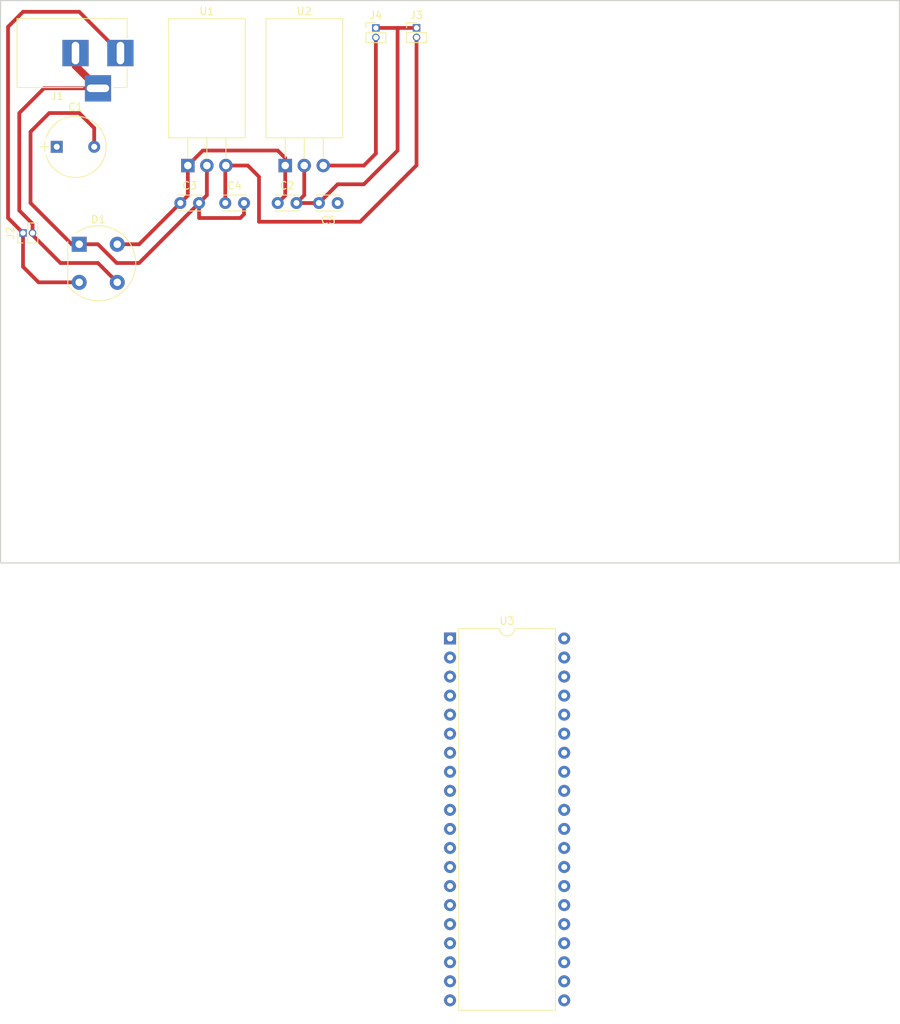
<source format=kicad_pcb>
(kicad_pcb (version 4) (host pcbnew 4.0.7)

  (general
    (links 22)
    (no_connects 3)
    (area 25.924999 19.924999 146.075001 95.075001)
    (thickness 1.6)
    (drawings 4)
    (tracks 68)
    (zones 0)
    (modules 13)
    (nets 48)
  )

  (page User 175.006 150.012)
  (layers
    (0 F.Cu signal)
    (31 B.Cu signal)
    (32 B.Adhes user)
    (33 F.Adhes user)
    (34 B.Paste user)
    (35 F.Paste user)
    (36 B.SilkS user)
    (37 F.SilkS user)
    (38 B.Mask user)
    (39 F.Mask user)
    (40 Dwgs.User user)
    (41 Cmts.User user)
    (42 Eco1.User user)
    (43 Eco2.User user)
    (44 Edge.Cuts user)
    (45 Margin user)
    (46 B.CrtYd user)
    (47 F.CrtYd user)
    (48 B.Fab user)
    (49 F.Fab user)
  )

  (setup
    (last_trace_width 0.5)
    (trace_clearance 0.2)
    (zone_clearance 0.508)
    (zone_45_only no)
    (trace_min 0.2)
    (segment_width 0.2)
    (edge_width 0.15)
    (via_size 0.6)
    (via_drill 0.4)
    (via_min_size 0.4)
    (via_min_drill 0.3)
    (uvia_size 0.3)
    (uvia_drill 0.1)
    (uvias_allowed no)
    (uvia_min_size 0.2)
    (uvia_min_drill 0.1)
    (pcb_text_width 0.3)
    (pcb_text_size 1.5 1.5)
    (mod_edge_width 0.15)
    (mod_text_size 1 1)
    (mod_text_width 0.15)
    (pad_size 1.524 1.524)
    (pad_drill 0.762)
    (pad_to_mask_clearance 0.2)
    (aux_axis_origin 184.15 118.11)
    (visible_elements 7FFFFFFF)
    (pcbplotparams
      (layerselection 0x00030_80000001)
      (usegerberextensions false)
      (excludeedgelayer true)
      (linewidth 0.100000)
      (plotframeref false)
      (viasonmask false)
      (mode 1)
      (useauxorigin false)
      (hpglpennumber 1)
      (hpglpenspeed 20)
      (hpglpendiameter 15)
      (hpglpenoverlay 2)
      (psnegative false)
      (psa4output false)
      (plotreference true)
      (plotvalue true)
      (plotinvisibletext false)
      (padsonsilk false)
      (subtractmaskfromsilk false)
      (outputformat 1)
      (mirror false)
      (drillshape 1)
      (scaleselection 1)
      (outputdirectory ""))
  )

  (net 0 "")
  (net 1 "Net-(C1-Pad1)")
  (net 2 GND)
  (net 3 +12V)
  (net 4 +5V)
  (net 5 /P)
  (net 6 /N)
  (net 7 "Net-(C5-Pad1)")
  (net 8 "Net-(U3-Pad1)")
  (net 9 "Net-(U3-Pad21)")
  (net 10 "Net-(U3-Pad2)")
  (net 11 "Net-(U3-Pad22)")
  (net 12 "Net-(U3-Pad3)")
  (net 13 "Net-(U3-Pad23)")
  (net 14 "Net-(U3-Pad4)")
  (net 15 "Net-(U3-Pad24)")
  (net 16 "Net-(U3-Pad5)")
  (net 17 "Net-(U3-Pad25)")
  (net 18 "Net-(U3-Pad6)")
  (net 19 "Net-(U3-Pad26)")
  (net 20 "Net-(U3-Pad7)")
  (net 21 "Net-(U3-Pad27)")
  (net 22 "Net-(U3-Pad8)")
  (net 23 "Net-(U3-Pad28)")
  (net 24 "Net-(U3-Pad9)")
  (net 25 "Net-(U3-Pad29)")
  (net 26 "Net-(U3-Pad10)")
  (net 27 "Net-(U3-Pad30)")
  (net 28 "Net-(U3-Pad11)")
  (net 29 "Net-(U3-Pad31)")
  (net 30 "Net-(U3-Pad12)")
  (net 31 "Net-(U3-Pad32)")
  (net 32 "Net-(U3-Pad13)")
  (net 33 "Net-(U3-Pad33)")
  (net 34 "Net-(U3-Pad14)")
  (net 35 "Net-(U3-Pad34)")
  (net 36 "Net-(U3-Pad15)")
  (net 37 "Net-(U3-Pad35)")
  (net 38 "Net-(U3-Pad16)")
  (net 39 "Net-(U3-Pad36)")
  (net 40 "Net-(U3-Pad17)")
  (net 41 "Net-(U3-Pad37)")
  (net 42 "Net-(U3-Pad18)")
  (net 43 "Net-(U3-Pad38)")
  (net 44 "Net-(U3-Pad19)")
  (net 45 "Net-(U3-Pad39)")
  (net 46 "Net-(U3-Pad20)")
  (net 47 "Net-(U3-Pad40)")

  (net_class Default "This is the default net class."
    (clearance 0.2)
    (trace_width 0.5)
    (via_dia 0.6)
    (via_drill 0.4)
    (uvia_dia 0.3)
    (uvia_drill 0.1)
    (add_net "Net-(C1-Pad1)")
    (add_net "Net-(C5-Pad1)")
    (add_net "Net-(U3-Pad1)")
    (add_net "Net-(U3-Pad10)")
    (add_net "Net-(U3-Pad11)")
    (add_net "Net-(U3-Pad12)")
    (add_net "Net-(U3-Pad13)")
    (add_net "Net-(U3-Pad14)")
    (add_net "Net-(U3-Pad15)")
    (add_net "Net-(U3-Pad16)")
    (add_net "Net-(U3-Pad17)")
    (add_net "Net-(U3-Pad18)")
    (add_net "Net-(U3-Pad19)")
    (add_net "Net-(U3-Pad2)")
    (add_net "Net-(U3-Pad20)")
    (add_net "Net-(U3-Pad21)")
    (add_net "Net-(U3-Pad22)")
    (add_net "Net-(U3-Pad23)")
    (add_net "Net-(U3-Pad24)")
    (add_net "Net-(U3-Pad25)")
    (add_net "Net-(U3-Pad26)")
    (add_net "Net-(U3-Pad27)")
    (add_net "Net-(U3-Pad28)")
    (add_net "Net-(U3-Pad29)")
    (add_net "Net-(U3-Pad3)")
    (add_net "Net-(U3-Pad30)")
    (add_net "Net-(U3-Pad31)")
    (add_net "Net-(U3-Pad32)")
    (add_net "Net-(U3-Pad33)")
    (add_net "Net-(U3-Pad34)")
    (add_net "Net-(U3-Pad35)")
    (add_net "Net-(U3-Pad36)")
    (add_net "Net-(U3-Pad37)")
    (add_net "Net-(U3-Pad38)")
    (add_net "Net-(U3-Pad39)")
    (add_net "Net-(U3-Pad4)")
    (add_net "Net-(U3-Pad40)")
    (add_net "Net-(U3-Pad5)")
    (add_net "Net-(U3-Pad6)")
    (add_net "Net-(U3-Pad7)")
    (add_net "Net-(U3-Pad8)")
    (add_net "Net-(U3-Pad9)")
  )

  (net_class power ""
    (clearance 0.5)
    (trace_width 0.5)
    (via_dia 0.6)
    (via_drill 0.4)
    (uvia_dia 0.3)
    (uvia_drill 0.1)
    (add_net +12V)
    (add_net +5V)
    (add_net /N)
    (add_net /P)
    (add_net GND)
  )

  (module Capacitors_THT:CP_Radial_Tantal_D8.0mm_P5.00mm (layer F.Cu) (tedit 597C781B) (tstamp 5C12271C)
    (at 33.5 39.5)
    (descr "CP, Radial_Tantal series, Radial, pin pitch=5.00mm, , diameter=8.0mm, Tantal Electrolytic Capacitor, http://cdn-reichelt.de/documents/datenblatt/B300/TANTAL-TB-Serie%23.pdf")
    (tags "CP Radial_Tantal series Radial pin pitch 5.00mm  diameter 8.0mm Tantal Electrolytic Capacitor")
    (path /5C1215FB)
    (fp_text reference C1 (at 2.5 -5.31) (layer F.SilkS)
      (effects (font (size 1 1) (thickness 0.15)))
    )
    (fp_text value CP (at 2.5 5.31) (layer F.Fab)
      (effects (font (size 1 1) (thickness 0.15)))
    )
    (fp_arc (start 2.5 0) (end -1.416082 -1.18) (angle 146.5) (layer F.SilkS) (width 0.12))
    (fp_arc (start 2.5 0) (end -1.416082 1.18) (angle -146.5) (layer F.SilkS) (width 0.12))
    (fp_arc (start 2.5 0) (end 6.416082 -1.18) (angle 33.5) (layer F.SilkS) (width 0.12))
    (fp_circle (center 2.5 0) (end 6.5 0) (layer F.Fab) (width 0.1))
    (fp_line (start -2.2 0) (end -1 0) (layer F.Fab) (width 0.1))
    (fp_line (start -1.6 -0.65) (end -1.6 0.65) (layer F.Fab) (width 0.1))
    (fp_line (start -2.2 0) (end -1 0) (layer F.SilkS) (width 0.12))
    (fp_line (start -1.6 -0.65) (end -1.6 0.65) (layer F.SilkS) (width 0.12))
    (fp_line (start -1.85 -4.35) (end -1.85 4.35) (layer F.CrtYd) (width 0.05))
    (fp_line (start -1.85 4.35) (end 6.85 4.35) (layer F.CrtYd) (width 0.05))
    (fp_line (start 6.85 4.35) (end 6.85 -4.35) (layer F.CrtYd) (width 0.05))
    (fp_line (start 6.85 -4.35) (end -1.85 -4.35) (layer F.CrtYd) (width 0.05))
    (fp_text user %R (at 2.5 0) (layer F.Fab)
      (effects (font (size 1 1) (thickness 0.15)))
    )
    (pad 1 thru_hole rect (at 0 0) (size 1.6 1.6) (drill 0.8) (layers *.Cu *.Mask)
      (net 1 "Net-(C1-Pad1)"))
    (pad 2 thru_hole circle (at 5 0) (size 1.6 1.6) (drill 0.8) (layers *.Cu *.Mask)
      (net 2 GND))
    (model ${KISYS3DMOD}/Capacitors_THT.3dshapes/CP_Radial_Tantal_D8.0mm_P5.00mm.wrl
      (at (xyz 0 0 0))
      (scale (xyz 1 1 1))
      (rotate (xyz 0 0 0))
    )
  )

  (module Capacitors_THT:C_Disc_D3.0mm_W2.0mm_P2.50mm (layer F.Cu) (tedit 597BC7C2) (tstamp 5C122722)
    (at 63 47)
    (descr "C, Disc series, Radial, pin pitch=2.50mm, , diameter*width=3*2mm^2, Capacitor")
    (tags "C Disc series Radial pin pitch 2.50mm  diameter 3mm width 2mm Capacitor")
    (path /5C1213AC)
    (fp_text reference C2 (at 1.25 -2.31) (layer F.SilkS)
      (effects (font (size 1 1) (thickness 0.15)))
    )
    (fp_text value C (at 1.25 2.31) (layer F.Fab)
      (effects (font (size 1 1) (thickness 0.15)))
    )
    (fp_line (start -0.25 -1) (end -0.25 1) (layer F.Fab) (width 0.1))
    (fp_line (start -0.25 1) (end 2.75 1) (layer F.Fab) (width 0.1))
    (fp_line (start 2.75 1) (end 2.75 -1) (layer F.Fab) (width 0.1))
    (fp_line (start 2.75 -1) (end -0.25 -1) (layer F.Fab) (width 0.1))
    (fp_line (start -0.31 -1.06) (end 2.81 -1.06) (layer F.SilkS) (width 0.12))
    (fp_line (start -0.31 1.06) (end 2.81 1.06) (layer F.SilkS) (width 0.12))
    (fp_line (start -0.31 -1.06) (end -0.31 -0.996) (layer F.SilkS) (width 0.12))
    (fp_line (start -0.31 0.996) (end -0.31 1.06) (layer F.SilkS) (width 0.12))
    (fp_line (start 2.81 -1.06) (end 2.81 -0.996) (layer F.SilkS) (width 0.12))
    (fp_line (start 2.81 0.996) (end 2.81 1.06) (layer F.SilkS) (width 0.12))
    (fp_line (start -1.05 -1.35) (end -1.05 1.35) (layer F.CrtYd) (width 0.05))
    (fp_line (start -1.05 1.35) (end 3.55 1.35) (layer F.CrtYd) (width 0.05))
    (fp_line (start 3.55 1.35) (end 3.55 -1.35) (layer F.CrtYd) (width 0.05))
    (fp_line (start 3.55 -1.35) (end -1.05 -1.35) (layer F.CrtYd) (width 0.05))
    (fp_text user %R (at 1.25 0) (layer F.Fab)
      (effects (font (size 1 1) (thickness 0.15)))
    )
    (pad 1 thru_hole circle (at 0 0) (size 1.6 1.6) (drill 0.8) (layers *.Cu *.Mask)
      (net 1 "Net-(C1-Pad1)"))
    (pad 2 thru_hole circle (at 2.5 0) (size 1.6 1.6) (drill 0.8) (layers *.Cu *.Mask)
      (net 2 GND))
    (model ${KISYS3DMOD}/Capacitors_THT.3dshapes/C_Disc_D3.0mm_W2.0mm_P2.50mm.wrl
      (at (xyz 0 0 0))
      (scale (xyz 1 1 1))
      (rotate (xyz 0 0 0))
    )
  )

  (module Capacitors_THT:C_Disc_D3.0mm_W2.0mm_P2.50mm (layer F.Cu) (tedit 597BC7C2) (tstamp 5C122728)
    (at 50 47)
    (descr "C, Disc series, Radial, pin pitch=2.50mm, , diameter*width=3*2mm^2, Capacitor")
    (tags "C Disc series Radial pin pitch 2.50mm  diameter 3mm width 2mm Capacitor")
    (path /5C12182A)
    (fp_text reference C3 (at 1.25 -2.31) (layer F.SilkS)
      (effects (font (size 1 1) (thickness 0.15)))
    )
    (fp_text value C (at 1.25 2.31) (layer F.Fab)
      (effects (font (size 1 1) (thickness 0.15)))
    )
    (fp_line (start -0.25 -1) (end -0.25 1) (layer F.Fab) (width 0.1))
    (fp_line (start -0.25 1) (end 2.75 1) (layer F.Fab) (width 0.1))
    (fp_line (start 2.75 1) (end 2.75 -1) (layer F.Fab) (width 0.1))
    (fp_line (start 2.75 -1) (end -0.25 -1) (layer F.Fab) (width 0.1))
    (fp_line (start -0.31 -1.06) (end 2.81 -1.06) (layer F.SilkS) (width 0.12))
    (fp_line (start -0.31 1.06) (end 2.81 1.06) (layer F.SilkS) (width 0.12))
    (fp_line (start -0.31 -1.06) (end -0.31 -0.996) (layer F.SilkS) (width 0.12))
    (fp_line (start -0.31 0.996) (end -0.31 1.06) (layer F.SilkS) (width 0.12))
    (fp_line (start 2.81 -1.06) (end 2.81 -0.996) (layer F.SilkS) (width 0.12))
    (fp_line (start 2.81 0.996) (end 2.81 1.06) (layer F.SilkS) (width 0.12))
    (fp_line (start -1.05 -1.35) (end -1.05 1.35) (layer F.CrtYd) (width 0.05))
    (fp_line (start -1.05 1.35) (end 3.55 1.35) (layer F.CrtYd) (width 0.05))
    (fp_line (start 3.55 1.35) (end 3.55 -1.35) (layer F.CrtYd) (width 0.05))
    (fp_line (start 3.55 -1.35) (end -1.05 -1.35) (layer F.CrtYd) (width 0.05))
    (fp_text user %R (at 1.25 0) (layer F.Fab)
      (effects (font (size 1 1) (thickness 0.15)))
    )
    (pad 1 thru_hole circle (at 0 0) (size 1.6 1.6) (drill 0.8) (layers *.Cu *.Mask)
      (net 1 "Net-(C1-Pad1)"))
    (pad 2 thru_hole circle (at 2.5 0) (size 1.6 1.6) (drill 0.8) (layers *.Cu *.Mask)
      (net 2 GND))
    (model ${KISYS3DMOD}/Capacitors_THT.3dshapes/C_Disc_D3.0mm_W2.0mm_P2.50mm.wrl
      (at (xyz 0 0 0))
      (scale (xyz 1 1 1))
      (rotate (xyz 0 0 0))
    )
  )

  (module Capacitors_THT:C_Disc_D3.0mm_W2.0mm_P2.50mm (layer F.Cu) (tedit 597BC7C2) (tstamp 5C12272E)
    (at 56 47)
    (descr "C, Disc series, Radial, pin pitch=2.50mm, , diameter*width=3*2mm^2, Capacitor")
    (tags "C Disc series Radial pin pitch 2.50mm  diameter 3mm width 2mm Capacitor")
    (path /5C121421)
    (fp_text reference C4 (at 1.25 -2.31) (layer F.SilkS)
      (effects (font (size 1 1) (thickness 0.15)))
    )
    (fp_text value C (at 1.25 2.31) (layer F.Fab)
      (effects (font (size 1 1) (thickness 0.15)))
    )
    (fp_line (start -0.25 -1) (end -0.25 1) (layer F.Fab) (width 0.1))
    (fp_line (start -0.25 1) (end 2.75 1) (layer F.Fab) (width 0.1))
    (fp_line (start 2.75 1) (end 2.75 -1) (layer F.Fab) (width 0.1))
    (fp_line (start 2.75 -1) (end -0.25 -1) (layer F.Fab) (width 0.1))
    (fp_line (start -0.31 -1.06) (end 2.81 -1.06) (layer F.SilkS) (width 0.12))
    (fp_line (start -0.31 1.06) (end 2.81 1.06) (layer F.SilkS) (width 0.12))
    (fp_line (start -0.31 -1.06) (end -0.31 -0.996) (layer F.SilkS) (width 0.12))
    (fp_line (start -0.31 0.996) (end -0.31 1.06) (layer F.SilkS) (width 0.12))
    (fp_line (start 2.81 -1.06) (end 2.81 -0.996) (layer F.SilkS) (width 0.12))
    (fp_line (start 2.81 0.996) (end 2.81 1.06) (layer F.SilkS) (width 0.12))
    (fp_line (start -1.05 -1.35) (end -1.05 1.35) (layer F.CrtYd) (width 0.05))
    (fp_line (start -1.05 1.35) (end 3.55 1.35) (layer F.CrtYd) (width 0.05))
    (fp_line (start 3.55 1.35) (end 3.55 -1.35) (layer F.CrtYd) (width 0.05))
    (fp_line (start 3.55 -1.35) (end -1.05 -1.35) (layer F.CrtYd) (width 0.05))
    (fp_text user %R (at 1.25 0) (layer F.Fab)
      (effects (font (size 1 1) (thickness 0.15)))
    )
    (pad 1 thru_hole circle (at 0 0) (size 1.6 1.6) (drill 0.8) (layers *.Cu *.Mask)
      (net 3 +12V))
    (pad 2 thru_hole circle (at 2.5 0) (size 1.6 1.6) (drill 0.8) (layers *.Cu *.Mask)
      (net 2 GND))
    (model ${KISYS3DMOD}/Capacitors_THT.3dshapes/C_Disc_D3.0mm_W2.0mm_P2.50mm.wrl
      (at (xyz 0 0 0))
      (scale (xyz 1 1 1))
      (rotate (xyz 0 0 0))
    )
  )

  (module Capacitors_THT:C_Disc_D3.0mm_W2.0mm_P2.50mm (layer F.Cu) (tedit 597BC7C2) (tstamp 5C122734)
    (at 71 47 180)
    (descr "C, Disc series, Radial, pin pitch=2.50mm, , diameter*width=3*2mm^2, Capacitor")
    (tags "C Disc series Radial pin pitch 2.50mm  diameter 3mm width 2mm Capacitor")
    (path /5C121830)
    (fp_text reference C5 (at 1.25 -2.31 180) (layer F.SilkS)
      (effects (font (size 1 1) (thickness 0.15)))
    )
    (fp_text value C (at 1.25 2.31 180) (layer F.Fab)
      (effects (font (size 1 1) (thickness 0.15)))
    )
    (fp_line (start -0.25 -1) (end -0.25 1) (layer F.Fab) (width 0.1))
    (fp_line (start -0.25 1) (end 2.75 1) (layer F.Fab) (width 0.1))
    (fp_line (start 2.75 1) (end 2.75 -1) (layer F.Fab) (width 0.1))
    (fp_line (start 2.75 -1) (end -0.25 -1) (layer F.Fab) (width 0.1))
    (fp_line (start -0.31 -1.06) (end 2.81 -1.06) (layer F.SilkS) (width 0.12))
    (fp_line (start -0.31 1.06) (end 2.81 1.06) (layer F.SilkS) (width 0.12))
    (fp_line (start -0.31 -1.06) (end -0.31 -0.996) (layer F.SilkS) (width 0.12))
    (fp_line (start -0.31 0.996) (end -0.31 1.06) (layer F.SilkS) (width 0.12))
    (fp_line (start 2.81 -1.06) (end 2.81 -0.996) (layer F.SilkS) (width 0.12))
    (fp_line (start 2.81 0.996) (end 2.81 1.06) (layer F.SilkS) (width 0.12))
    (fp_line (start -1.05 -1.35) (end -1.05 1.35) (layer F.CrtYd) (width 0.05))
    (fp_line (start -1.05 1.35) (end 3.55 1.35) (layer F.CrtYd) (width 0.05))
    (fp_line (start 3.55 1.35) (end 3.55 -1.35) (layer F.CrtYd) (width 0.05))
    (fp_line (start 3.55 -1.35) (end -1.05 -1.35) (layer F.CrtYd) (width 0.05))
    (fp_text user %R (at 1.25 0 180) (layer F.Fab)
      (effects (font (size 1 1) (thickness 0.15)))
    )
    (pad 1 thru_hole circle (at 0 0 180) (size 1.6 1.6) (drill 0.8) (layers *.Cu *.Mask)
      (net 7 "Net-(C5-Pad1)"))
    (pad 2 thru_hole circle (at 2.5 0 180) (size 1.6 1.6) (drill 0.8) (layers *.Cu *.Mask)
      (net 2 GND))
    (model ${KISYS3DMOD}/Capacitors_THT.3dshapes/C_Disc_D3.0mm_W2.0mm_P2.50mm.wrl
      (at (xyz 0 0 0))
      (scale (xyz 1 1 1))
      (rotate (xyz 0 0 0))
    )
  )

  (module Connectors:BARREL_JACK (layer F.Cu) (tedit 5861378E) (tstamp 5C12273B)
    (at 42 27)
    (descr "DC Barrel Jack")
    (tags "Power Jack")
    (path /5C1212C6)
    (fp_text reference J1 (at -8.45 5.75 180) (layer F.SilkS)
      (effects (font (size 1 1) (thickness 0.15)))
    )
    (fp_text value Jack-DC (at -6.2 -5.5) (layer F.Fab)
      (effects (font (size 1 1) (thickness 0.15)))
    )
    (fp_line (start 1 -4.5) (end 1 -4.75) (layer F.CrtYd) (width 0.05))
    (fp_line (start 1 -4.75) (end -14 -4.75) (layer F.CrtYd) (width 0.05))
    (fp_line (start 1 -4.5) (end 1 -2) (layer F.CrtYd) (width 0.05))
    (fp_line (start 1 -2) (end 2 -2) (layer F.CrtYd) (width 0.05))
    (fp_line (start 2 -2) (end 2 2) (layer F.CrtYd) (width 0.05))
    (fp_line (start 2 2) (end 1 2) (layer F.CrtYd) (width 0.05))
    (fp_line (start 1 2) (end 1 4.75) (layer F.CrtYd) (width 0.05))
    (fp_line (start 1 4.75) (end -1 4.75) (layer F.CrtYd) (width 0.05))
    (fp_line (start -1 4.75) (end -1 6.75) (layer F.CrtYd) (width 0.05))
    (fp_line (start -1 6.75) (end -5 6.75) (layer F.CrtYd) (width 0.05))
    (fp_line (start -5 6.75) (end -5 4.75) (layer F.CrtYd) (width 0.05))
    (fp_line (start -5 4.75) (end -14 4.75) (layer F.CrtYd) (width 0.05))
    (fp_line (start -14 4.75) (end -14 -4.75) (layer F.CrtYd) (width 0.05))
    (fp_line (start -5 4.6) (end -13.8 4.6) (layer F.SilkS) (width 0.12))
    (fp_line (start -13.8 4.6) (end -13.8 -4.6) (layer F.SilkS) (width 0.12))
    (fp_line (start 0.9 1.9) (end 0.9 4.6) (layer F.SilkS) (width 0.12))
    (fp_line (start 0.9 4.6) (end -1 4.6) (layer F.SilkS) (width 0.12))
    (fp_line (start -13.8 -4.6) (end 0.9 -4.6) (layer F.SilkS) (width 0.12))
    (fp_line (start 0.9 -4.6) (end 0.9 -2) (layer F.SilkS) (width 0.12))
    (fp_line (start -10.2 -4.5) (end -10.2 4.5) (layer F.Fab) (width 0.1))
    (fp_line (start -13.7 -4.5) (end -13.7 4.5) (layer F.Fab) (width 0.1))
    (fp_line (start -13.7 4.5) (end 0.8 4.5) (layer F.Fab) (width 0.1))
    (fp_line (start 0.8 4.5) (end 0.8 -4.5) (layer F.Fab) (width 0.1))
    (fp_line (start 0.8 -4.5) (end -13.7 -4.5) (layer F.Fab) (width 0.1))
    (pad 1 thru_hole rect (at 0 0) (size 3.5 3.5) (drill oval 1 3) (layers *.Cu *.Mask)
      (net 5 /P))
    (pad 2 thru_hole rect (at -6 0) (size 3.5 3.5) (drill oval 1 3) (layers *.Cu *.Mask)
      (net 6 /N))
    (pad 3 thru_hole rect (at -3 4.7) (size 3.5 3.5) (drill oval 3 1) (layers *.Cu *.Mask)
      (net 6 /N))
  )

  (module TO_SOT_Packages_THT:TO-220-3_Horizontal (layer F.Cu) (tedit 58CE52AD) (tstamp 5C122749)
    (at 51 42)
    (descr "TO-220-3, Horizontal, RM 2.54mm")
    (tags "TO-220-3 Horizontal RM 2.54mm")
    (path /5C1214ED)
    (fp_text reference U1 (at 2.54 -20.58) (layer F.SilkS)
      (effects (font (size 1 1) (thickness 0.15)))
    )
    (fp_text value L7812 (at 2.54 1.9) (layer F.Fab)
      (effects (font (size 1 1) (thickness 0.15)))
    )
    (fp_text user %R (at 2.54 -20.58) (layer F.Fab)
      (effects (font (size 1 1) (thickness 0.15)))
    )
    (fp_line (start -2.46 -13.06) (end -2.46 -19.46) (layer F.Fab) (width 0.1))
    (fp_line (start -2.46 -19.46) (end 7.54 -19.46) (layer F.Fab) (width 0.1))
    (fp_line (start 7.54 -19.46) (end 7.54 -13.06) (layer F.Fab) (width 0.1))
    (fp_line (start 7.54 -13.06) (end -2.46 -13.06) (layer F.Fab) (width 0.1))
    (fp_line (start -2.46 -3.81) (end -2.46 -13.06) (layer F.Fab) (width 0.1))
    (fp_line (start -2.46 -13.06) (end 7.54 -13.06) (layer F.Fab) (width 0.1))
    (fp_line (start 7.54 -13.06) (end 7.54 -3.81) (layer F.Fab) (width 0.1))
    (fp_line (start 7.54 -3.81) (end -2.46 -3.81) (layer F.Fab) (width 0.1))
    (fp_line (start 0 -3.81) (end 0 0) (layer F.Fab) (width 0.1))
    (fp_line (start 2.54 -3.81) (end 2.54 0) (layer F.Fab) (width 0.1))
    (fp_line (start 5.08 -3.81) (end 5.08 0) (layer F.Fab) (width 0.1))
    (fp_line (start -2.58 -3.69) (end 7.66 -3.69) (layer F.SilkS) (width 0.12))
    (fp_line (start -2.58 -19.58) (end 7.66 -19.58) (layer F.SilkS) (width 0.12))
    (fp_line (start -2.58 -19.58) (end -2.58 -3.69) (layer F.SilkS) (width 0.12))
    (fp_line (start 7.66 -19.58) (end 7.66 -3.69) (layer F.SilkS) (width 0.12))
    (fp_line (start 0 -3.69) (end 0 -1.05) (layer F.SilkS) (width 0.12))
    (fp_line (start 2.54 -3.69) (end 2.54 -1.066) (layer F.SilkS) (width 0.12))
    (fp_line (start 5.08 -3.69) (end 5.08 -1.066) (layer F.SilkS) (width 0.12))
    (fp_line (start -2.71 -19.71) (end -2.71 1.15) (layer F.CrtYd) (width 0.05))
    (fp_line (start -2.71 1.15) (end 7.79 1.15) (layer F.CrtYd) (width 0.05))
    (fp_line (start 7.79 1.15) (end 7.79 -19.71) (layer F.CrtYd) (width 0.05))
    (fp_line (start 7.79 -19.71) (end -2.71 -19.71) (layer F.CrtYd) (width 0.05))
    (fp_circle (center 2.54 -16.66) (end 4.39 -16.66) (layer F.Fab) (width 0.1))
    (pad 0 np_thru_hole oval (at 2.54 -16.66) (size 3.5 3.5) (drill 3.5) (layers *.Cu *.Mask))
    (pad 1 thru_hole rect (at 0 0) (size 1.8 1.8) (drill 1) (layers *.Cu *.Mask)
      (net 1 "Net-(C1-Pad1)"))
    (pad 2 thru_hole oval (at 2.54 0) (size 1.8 1.8) (drill 1) (layers *.Cu *.Mask)
      (net 2 GND))
    (pad 3 thru_hole oval (at 5.08 0) (size 1.8 1.8) (drill 1) (layers *.Cu *.Mask)
      (net 3 +12V))
    (model ${KISYS3DMOD}/TO_SOT_Packages_THT.3dshapes/TO-220-3_Horizontal.wrl
      (at (xyz 0.1 0 0))
      (scale (xyz 0.393701 0.393701 0.393701))
      (rotate (xyz 0 0 0))
    )
  )

  (module TO_SOT_Packages_THT:TO-220-3_Horizontal (layer F.Cu) (tedit 58CE52AD) (tstamp 5C122751)
    (at 64 42)
    (descr "TO-220-3, Horizontal, RM 2.54mm")
    (tags "TO-220-3 Horizontal RM 2.54mm")
    (path /5C121496)
    (fp_text reference U2 (at 2.54 -20.58) (layer F.SilkS)
      (effects (font (size 1 1) (thickness 0.15)))
    )
    (fp_text value L7805 (at 2.54 1.9) (layer F.Fab)
      (effects (font (size 1 1) (thickness 0.15)))
    )
    (fp_text user %R (at 2.54 -20.58) (layer F.Fab)
      (effects (font (size 1 1) (thickness 0.15)))
    )
    (fp_line (start -2.46 -13.06) (end -2.46 -19.46) (layer F.Fab) (width 0.1))
    (fp_line (start -2.46 -19.46) (end 7.54 -19.46) (layer F.Fab) (width 0.1))
    (fp_line (start 7.54 -19.46) (end 7.54 -13.06) (layer F.Fab) (width 0.1))
    (fp_line (start 7.54 -13.06) (end -2.46 -13.06) (layer F.Fab) (width 0.1))
    (fp_line (start -2.46 -3.81) (end -2.46 -13.06) (layer F.Fab) (width 0.1))
    (fp_line (start -2.46 -13.06) (end 7.54 -13.06) (layer F.Fab) (width 0.1))
    (fp_line (start 7.54 -13.06) (end 7.54 -3.81) (layer F.Fab) (width 0.1))
    (fp_line (start 7.54 -3.81) (end -2.46 -3.81) (layer F.Fab) (width 0.1))
    (fp_line (start 0 -3.81) (end 0 0) (layer F.Fab) (width 0.1))
    (fp_line (start 2.54 -3.81) (end 2.54 0) (layer F.Fab) (width 0.1))
    (fp_line (start 5.08 -3.81) (end 5.08 0) (layer F.Fab) (width 0.1))
    (fp_line (start -2.58 -3.69) (end 7.66 -3.69) (layer F.SilkS) (width 0.12))
    (fp_line (start -2.58 -19.58) (end 7.66 -19.58) (layer F.SilkS) (width 0.12))
    (fp_line (start -2.58 -19.58) (end -2.58 -3.69) (layer F.SilkS) (width 0.12))
    (fp_line (start 7.66 -19.58) (end 7.66 -3.69) (layer F.SilkS) (width 0.12))
    (fp_line (start 0 -3.69) (end 0 -1.05) (layer F.SilkS) (width 0.12))
    (fp_line (start 2.54 -3.69) (end 2.54 -1.066) (layer F.SilkS) (width 0.12))
    (fp_line (start 5.08 -3.69) (end 5.08 -1.066) (layer F.SilkS) (width 0.12))
    (fp_line (start -2.71 -19.71) (end -2.71 1.15) (layer F.CrtYd) (width 0.05))
    (fp_line (start -2.71 1.15) (end 7.79 1.15) (layer F.CrtYd) (width 0.05))
    (fp_line (start 7.79 1.15) (end 7.79 -19.71) (layer F.CrtYd) (width 0.05))
    (fp_line (start 7.79 -19.71) (end -2.71 -19.71) (layer F.CrtYd) (width 0.05))
    (fp_circle (center 2.54 -16.66) (end 4.39 -16.66) (layer F.Fab) (width 0.1))
    (pad 0 np_thru_hole oval (at 2.54 -16.66) (size 3.5 3.5) (drill 3.5) (layers *.Cu *.Mask))
    (pad 1 thru_hole rect (at 0 0) (size 1.8 1.8) (drill 1) (layers *.Cu *.Mask)
      (net 1 "Net-(C1-Pad1)"))
    (pad 2 thru_hole oval (at 2.54 0) (size 1.8 1.8) (drill 1) (layers *.Cu *.Mask)
      (net 2 GND))
    (pad 3 thru_hole oval (at 5.08 0) (size 1.8 1.8) (drill 1) (layers *.Cu *.Mask)
      (net 7 "Net-(C5-Pad1)"))
    (model ${KISYS3DMOD}/TO_SOT_Packages_THT.3dshapes/TO-220-3_Horizontal.wrl
      (at (xyz 0.1 0 0))
      (scale (xyz 0.393701 0.393701 0.393701))
      (rotate (xyz 0 0 0))
    )
  )

  (module Bridge_W04:Diode_Bridge_Round_D9.8mm (layer F.Cu) (tedit 59213835) (tstamp 5C1738B2)
    (at 36.5 52.5)
    (descr "4-lead round diode bridge package, diameter 9.8mm, pin pitch 5.08mm, see http://www.vishay.com/docs/88769/woo5g.pdf")
    (tags "diode bridge 9.8mm WOG pitch 5.08mm")
    (path /5C1233E2)
    (fp_text reference D1 (at 2.54 -3.302) (layer F.SilkS)
      (effects (font (size 1 1) (thickness 0.15)))
    )
    (fp_text value D_Bridge_-AA+ (at 2.6035 8.509) (layer F.Fab)
      (effects (font (size 1 1) (thickness 0.15)))
    )
    (fp_text user %R (at 3.81 2.54) (layer F.Fab)
      (effects (font (size 1 1) (thickness 0.15)))
    )
    (fp_line (start -1.524 -0.381) (end -1.524 5.461) (layer F.SilkS) (width 0.12))
    (fp_line (start -1.397 5.461) (end -1.397 -0.381) (layer F.Fab) (width 0.12))
    (fp_line (start -1.65 -2.61) (end 7.7 -2.61) (layer F.CrtYd) (width 0.05))
    (fp_line (start -1.65 -2.61) (end -1.65 7.7) (layer F.CrtYd) (width 0.05))
    (fp_line (start 7.7 7.7) (end 7.7 -2.61) (layer F.CrtYd) (width 0.05))
    (fp_line (start 7.7 7.7) (end -1.65 7.7) (layer F.CrtYd) (width 0.05))
    (fp_arc (start 2.54 2.54) (end -0.381 -1.524) (angle 270) (layer F.SilkS) (width 0.12))
    (fp_arc (start 2.54 2.54) (end -1.4 -0.38) (angle 287) (layer F.Fab) (width 0.12))
    (pad 4 thru_hole oval (at 5.08 0) (size 2 2) (drill 1) (layers *.Cu *.Mask)
      (net 1 "Net-(C1-Pad1)"))
    (pad 2 thru_hole oval (at 0 5.08) (size 2 2) (drill 1) (layers *.Cu *.Mask)
      (net 5 /P))
    (pad 3 thru_hole oval (at 5.08 5.08) (size 2 2) (drill 1) (layers *.Cu *.Mask)
      (net 6 /N))
    (pad 1 thru_hole rect (at 0 0) (size 2 2) (drill 1) (layers *.Cu *.Mask)
      (net 2 GND))
    (model ${KISYS3DMOD}/Diodes_THT.3dshapes/Diode_Bridge_Round_D9.8mm.wrl
      (at (xyz 0 0 0))
      (scale (xyz 1 1 1))
      (rotate (xyz 0 0 0))
    )
  )

  (module Socket_Strips:Socket_Strip_Straight_1x02_Pitch1.27mm (layer F.Cu) (tedit 58CD5453) (tstamp 5C1738B8)
    (at 29 51 90)
    (descr "Through hole straight socket strip, 1x02, 1.27mm pitch, single row")
    (tags "Through hole socket strip THT 1x02 1.27mm single row")
    (path /5C12156C)
    (fp_text reference J2 (at 0 -1.695 90) (layer F.SilkS)
      (effects (font (size 1 1) (thickness 0.15)))
    )
    (fp_text value Conn_01x02 (at 0 2.965 90) (layer F.Fab)
      (effects (font (size 1 1) (thickness 0.15)))
    )
    (fp_line (start -1.27 -0.635) (end -1.27 1.905) (layer F.Fab) (width 0.1))
    (fp_line (start -1.27 1.905) (end 1.27 1.905) (layer F.Fab) (width 0.1))
    (fp_line (start 1.27 1.905) (end 1.27 -0.635) (layer F.Fab) (width 0.1))
    (fp_line (start 1.27 -0.635) (end -1.27 -0.635) (layer F.Fab) (width 0.1))
    (fp_line (start -1.33 0.635) (end -1.33 1.965) (layer F.SilkS) (width 0.12))
    (fp_line (start -1.33 1.965) (end 1.33 1.965) (layer F.SilkS) (width 0.12))
    (fp_line (start 1.33 1.965) (end 1.33 0.635) (layer F.SilkS) (width 0.12))
    (fp_line (start 1.33 0.635) (end -1.33 0.635) (layer F.SilkS) (width 0.12))
    (fp_line (start -1.33 0) (end -1.33 -0.695) (layer F.SilkS) (width 0.12))
    (fp_line (start -1.33 -0.695) (end 0 -0.695) (layer F.SilkS) (width 0.12))
    (fp_line (start -1.8 -1.15) (end -1.8 2.45) (layer F.CrtYd) (width 0.05))
    (fp_line (start -1.8 2.45) (end 1.8 2.45) (layer F.CrtYd) (width 0.05))
    (fp_line (start 1.8 2.45) (end 1.8 -1.15) (layer F.CrtYd) (width 0.05))
    (fp_line (start 1.8 -1.15) (end -1.8 -1.15) (layer F.CrtYd) (width 0.05))
    (fp_text user %R (at 0 -1.695 90) (layer F.Fab)
      (effects (font (size 1 1) (thickness 0.15)))
    )
    (pad 1 thru_hole rect (at 0 0 90) (size 1 1) (drill 0.7) (layers *.Cu *.Mask)
      (net 5 /P))
    (pad 2 thru_hole oval (at 0 1.27 90) (size 1 1) (drill 0.7) (layers *.Cu *.Mask)
      (net 6 /N))
    (model ${KISYS3DMOD}/Socket_Strips.3dshapes/Socket_Strip_Straight_1x02_Pitch1.27mm.wrl
      (at (xyz 0 0 0))
      (scale (xyz 1 1 1))
      (rotate (xyz 0 0 0))
    )
  )

  (module Socket_Strips:Socket_Strip_Straight_1x02_Pitch1.27mm (layer F.Cu) (tedit 58CD5453) (tstamp 5C174193)
    (at 81.53 23.64)
    (descr "Through hole straight socket strip, 1x02, 1.27mm pitch, single row")
    (tags "Through hole socket strip THT 1x02 1.27mm single row")
    (path /5C17448D)
    (fp_text reference J3 (at 0 -1.695) (layer F.SilkS)
      (effects (font (size 1 1) (thickness 0.15)))
    )
    (fp_text value VCC_12V (at 0 2.965) (layer F.Fab)
      (effects (font (size 1 1) (thickness 0.15)))
    )
    (fp_line (start -1.27 -0.635) (end -1.27 1.905) (layer F.Fab) (width 0.1))
    (fp_line (start -1.27 1.905) (end 1.27 1.905) (layer F.Fab) (width 0.1))
    (fp_line (start 1.27 1.905) (end 1.27 -0.635) (layer F.Fab) (width 0.1))
    (fp_line (start 1.27 -0.635) (end -1.27 -0.635) (layer F.Fab) (width 0.1))
    (fp_line (start -1.33 0.635) (end -1.33 1.965) (layer F.SilkS) (width 0.12))
    (fp_line (start -1.33 1.965) (end 1.33 1.965) (layer F.SilkS) (width 0.12))
    (fp_line (start 1.33 1.965) (end 1.33 0.635) (layer F.SilkS) (width 0.12))
    (fp_line (start 1.33 0.635) (end -1.33 0.635) (layer F.SilkS) (width 0.12))
    (fp_line (start -1.33 0) (end -1.33 -0.695) (layer F.SilkS) (width 0.12))
    (fp_line (start -1.33 -0.695) (end 0 -0.695) (layer F.SilkS) (width 0.12))
    (fp_line (start -1.8 -1.15) (end -1.8 2.45) (layer F.CrtYd) (width 0.05))
    (fp_line (start -1.8 2.45) (end 1.8 2.45) (layer F.CrtYd) (width 0.05))
    (fp_line (start 1.8 2.45) (end 1.8 -1.15) (layer F.CrtYd) (width 0.05))
    (fp_line (start 1.8 -1.15) (end -1.8 -1.15) (layer F.CrtYd) (width 0.05))
    (fp_text user %R (at 0 -1.695) (layer F.Fab)
      (effects (font (size 1 1) (thickness 0.15)))
    )
    (pad 1 thru_hole rect (at 0 0) (size 1 1) (drill 0.7) (layers *.Cu *.Mask)
      (net 2 GND))
    (pad 2 thru_hole oval (at 0 1.27) (size 1 1) (drill 0.7) (layers *.Cu *.Mask)
      (net 3 +12V))
    (model ${KISYS3DMOD}/Socket_Strips.3dshapes/Socket_Strip_Straight_1x02_Pitch1.27mm.wrl
      (at (xyz 0 0 0))
      (scale (xyz 1 1 1))
      (rotate (xyz 0 0 0))
    )
  )

  (module Socket_Strips:Socket_Strip_Straight_1x02_Pitch1.27mm (layer F.Cu) (tedit 58CD5453) (tstamp 5C174199)
    (at 76.1 23.65)
    (descr "Through hole straight socket strip, 1x02, 1.27mm pitch, single row")
    (tags "Through hole socket strip THT 1x02 1.27mm single row")
    (path /5C1743DE)
    (fp_text reference J4 (at 0 -1.695) (layer F.SilkS)
      (effects (font (size 1 1) (thickness 0.15)))
    )
    (fp_text value VCC_5V (at 0 2.965) (layer F.Fab)
      (effects (font (size 1 1) (thickness 0.15)))
    )
    (fp_line (start -1.27 -0.635) (end -1.27 1.905) (layer F.Fab) (width 0.1))
    (fp_line (start -1.27 1.905) (end 1.27 1.905) (layer F.Fab) (width 0.1))
    (fp_line (start 1.27 1.905) (end 1.27 -0.635) (layer F.Fab) (width 0.1))
    (fp_line (start 1.27 -0.635) (end -1.27 -0.635) (layer F.Fab) (width 0.1))
    (fp_line (start -1.33 0.635) (end -1.33 1.965) (layer F.SilkS) (width 0.12))
    (fp_line (start -1.33 1.965) (end 1.33 1.965) (layer F.SilkS) (width 0.12))
    (fp_line (start 1.33 1.965) (end 1.33 0.635) (layer F.SilkS) (width 0.12))
    (fp_line (start 1.33 0.635) (end -1.33 0.635) (layer F.SilkS) (width 0.12))
    (fp_line (start -1.33 0) (end -1.33 -0.695) (layer F.SilkS) (width 0.12))
    (fp_line (start -1.33 -0.695) (end 0 -0.695) (layer F.SilkS) (width 0.12))
    (fp_line (start -1.8 -1.15) (end -1.8 2.45) (layer F.CrtYd) (width 0.05))
    (fp_line (start -1.8 2.45) (end 1.8 2.45) (layer F.CrtYd) (width 0.05))
    (fp_line (start 1.8 2.45) (end 1.8 -1.15) (layer F.CrtYd) (width 0.05))
    (fp_line (start 1.8 -1.15) (end -1.8 -1.15) (layer F.CrtYd) (width 0.05))
    (fp_text user %R (at 0 -1.695) (layer F.Fab)
      (effects (font (size 1 1) (thickness 0.15)))
    )
    (pad 1 thru_hole rect (at 0 0) (size 1 1) (drill 0.7) (layers *.Cu *.Mask)
      (net 2 GND))
    (pad 2 thru_hole oval (at 0 1.27) (size 1 1) (drill 0.7) (layers *.Cu *.Mask)
      (net 4 +5V))
    (model ${KISYS3DMOD}/Socket_Strips.3dshapes/Socket_Strip_Straight_1x02_Pitch1.27mm.wrl
      (at (xyz 0 0 0))
      (scale (xyz 1 1 1))
      (rotate (xyz 0 0 0))
    )
  )

  (module Housings_DIP:DIP-40_W15.24mm (layer F.Cu) (tedit 59C78D6C) (tstamp 5C1778A4)
    (at 86 105.075001)
    (descr "40-lead though-hole mounted DIP package, row spacing 15.24 mm (600 mils)")
    (tags "THT DIP DIL PDIP 2.54mm 15.24mm 600mil")
    (path /5C17FAB0)
    (fp_text reference U3 (at 7.62 -2.33) (layer F.SilkS)
      (effects (font (size 1 1) (thickness 0.15)))
    )
    (fp_text value AT89S52 (at 7.62 50.59) (layer F.Fab)
      (effects (font (size 1 1) (thickness 0.15)))
    )
    (fp_arc (start 7.62 -1.33) (end 6.62 -1.33) (angle -180) (layer F.SilkS) (width 0.12))
    (fp_line (start 1.255 -1.27) (end 14.985 -1.27) (layer F.Fab) (width 0.1))
    (fp_line (start 14.985 -1.27) (end 14.985 49.53) (layer F.Fab) (width 0.1))
    (fp_line (start 14.985 49.53) (end 0.255 49.53) (layer F.Fab) (width 0.1))
    (fp_line (start 0.255 49.53) (end 0.255 -0.27) (layer F.Fab) (width 0.1))
    (fp_line (start 0.255 -0.27) (end 1.255 -1.27) (layer F.Fab) (width 0.1))
    (fp_line (start 6.62 -1.33) (end 1.16 -1.33) (layer F.SilkS) (width 0.12))
    (fp_line (start 1.16 -1.33) (end 1.16 49.59) (layer F.SilkS) (width 0.12))
    (fp_line (start 1.16 49.59) (end 14.08 49.59) (layer F.SilkS) (width 0.12))
    (fp_line (start 14.08 49.59) (end 14.08 -1.33) (layer F.SilkS) (width 0.12))
    (fp_line (start 14.08 -1.33) (end 8.62 -1.33) (layer F.SilkS) (width 0.12))
    (fp_line (start -1.05 -1.55) (end -1.05 49.8) (layer F.CrtYd) (width 0.05))
    (fp_line (start -1.05 49.8) (end 16.3 49.8) (layer F.CrtYd) (width 0.05))
    (fp_line (start 16.3 49.8) (end 16.3 -1.55) (layer F.CrtYd) (width 0.05))
    (fp_line (start 16.3 -1.55) (end -1.05 -1.55) (layer F.CrtYd) (width 0.05))
    (fp_text user %R (at 7.62 24.13) (layer F.Fab)
      (effects (font (size 1 1) (thickness 0.15)))
    )
    (pad 1 thru_hole rect (at 0 0) (size 1.6 1.6) (drill 0.8) (layers *.Cu *.Mask)
      (net 8 "Net-(U3-Pad1)"))
    (pad 21 thru_hole oval (at 15.24 48.26) (size 1.6 1.6) (drill 0.8) (layers *.Cu *.Mask)
      (net 9 "Net-(U3-Pad21)"))
    (pad 2 thru_hole oval (at 0 2.54) (size 1.6 1.6) (drill 0.8) (layers *.Cu *.Mask)
      (net 10 "Net-(U3-Pad2)"))
    (pad 22 thru_hole oval (at 15.24 45.72) (size 1.6 1.6) (drill 0.8) (layers *.Cu *.Mask)
      (net 11 "Net-(U3-Pad22)"))
    (pad 3 thru_hole oval (at 0 5.08) (size 1.6 1.6) (drill 0.8) (layers *.Cu *.Mask)
      (net 12 "Net-(U3-Pad3)"))
    (pad 23 thru_hole oval (at 15.24 43.18) (size 1.6 1.6) (drill 0.8) (layers *.Cu *.Mask)
      (net 13 "Net-(U3-Pad23)"))
    (pad 4 thru_hole oval (at 0 7.62) (size 1.6 1.6) (drill 0.8) (layers *.Cu *.Mask)
      (net 14 "Net-(U3-Pad4)"))
    (pad 24 thru_hole oval (at 15.24 40.64) (size 1.6 1.6) (drill 0.8) (layers *.Cu *.Mask)
      (net 15 "Net-(U3-Pad24)"))
    (pad 5 thru_hole oval (at 0 10.16) (size 1.6 1.6) (drill 0.8) (layers *.Cu *.Mask)
      (net 16 "Net-(U3-Pad5)"))
    (pad 25 thru_hole oval (at 15.24 38.1) (size 1.6 1.6) (drill 0.8) (layers *.Cu *.Mask)
      (net 17 "Net-(U3-Pad25)"))
    (pad 6 thru_hole oval (at 0 12.7) (size 1.6 1.6) (drill 0.8) (layers *.Cu *.Mask)
      (net 18 "Net-(U3-Pad6)"))
    (pad 26 thru_hole oval (at 15.24 35.56) (size 1.6 1.6) (drill 0.8) (layers *.Cu *.Mask)
      (net 19 "Net-(U3-Pad26)"))
    (pad 7 thru_hole oval (at 0 15.24) (size 1.6 1.6) (drill 0.8) (layers *.Cu *.Mask)
      (net 20 "Net-(U3-Pad7)"))
    (pad 27 thru_hole oval (at 15.24 33.02) (size 1.6 1.6) (drill 0.8) (layers *.Cu *.Mask)
      (net 21 "Net-(U3-Pad27)"))
    (pad 8 thru_hole oval (at 0 17.78) (size 1.6 1.6) (drill 0.8) (layers *.Cu *.Mask)
      (net 22 "Net-(U3-Pad8)"))
    (pad 28 thru_hole oval (at 15.24 30.48) (size 1.6 1.6) (drill 0.8) (layers *.Cu *.Mask)
      (net 23 "Net-(U3-Pad28)"))
    (pad 9 thru_hole oval (at 0 20.32) (size 1.6 1.6) (drill 0.8) (layers *.Cu *.Mask)
      (net 24 "Net-(U3-Pad9)"))
    (pad 29 thru_hole oval (at 15.24 27.94) (size 1.6 1.6) (drill 0.8) (layers *.Cu *.Mask)
      (net 25 "Net-(U3-Pad29)"))
    (pad 10 thru_hole oval (at 0 22.86) (size 1.6 1.6) (drill 0.8) (layers *.Cu *.Mask)
      (net 26 "Net-(U3-Pad10)"))
    (pad 30 thru_hole oval (at 15.24 25.4) (size 1.6 1.6) (drill 0.8) (layers *.Cu *.Mask)
      (net 27 "Net-(U3-Pad30)"))
    (pad 11 thru_hole oval (at 0 25.4) (size 1.6 1.6) (drill 0.8) (layers *.Cu *.Mask)
      (net 28 "Net-(U3-Pad11)"))
    (pad 31 thru_hole oval (at 15.24 22.86) (size 1.6 1.6) (drill 0.8) (layers *.Cu *.Mask)
      (net 29 "Net-(U3-Pad31)"))
    (pad 12 thru_hole oval (at 0 27.94) (size 1.6 1.6) (drill 0.8) (layers *.Cu *.Mask)
      (net 30 "Net-(U3-Pad12)"))
    (pad 32 thru_hole oval (at 15.24 20.32) (size 1.6 1.6) (drill 0.8) (layers *.Cu *.Mask)
      (net 31 "Net-(U3-Pad32)"))
    (pad 13 thru_hole oval (at 0 30.48) (size 1.6 1.6) (drill 0.8) (layers *.Cu *.Mask)
      (net 32 "Net-(U3-Pad13)"))
    (pad 33 thru_hole oval (at 15.24 17.78) (size 1.6 1.6) (drill 0.8) (layers *.Cu *.Mask)
      (net 33 "Net-(U3-Pad33)"))
    (pad 14 thru_hole oval (at 0 33.02) (size 1.6 1.6) (drill 0.8) (layers *.Cu *.Mask)
      (net 34 "Net-(U3-Pad14)"))
    (pad 34 thru_hole oval (at 15.24 15.24) (size 1.6 1.6) (drill 0.8) (layers *.Cu *.Mask)
      (net 35 "Net-(U3-Pad34)"))
    (pad 15 thru_hole oval (at 0 35.56) (size 1.6 1.6) (drill 0.8) (layers *.Cu *.Mask)
      (net 36 "Net-(U3-Pad15)"))
    (pad 35 thru_hole oval (at 15.24 12.7) (size 1.6 1.6) (drill 0.8) (layers *.Cu *.Mask)
      (net 37 "Net-(U3-Pad35)"))
    (pad 16 thru_hole oval (at 0 38.1) (size 1.6 1.6) (drill 0.8) (layers *.Cu *.Mask)
      (net 38 "Net-(U3-Pad16)"))
    (pad 36 thru_hole oval (at 15.24 10.16) (size 1.6 1.6) (drill 0.8) (layers *.Cu *.Mask)
      (net 39 "Net-(U3-Pad36)"))
    (pad 17 thru_hole oval (at 0 40.64) (size 1.6 1.6) (drill 0.8) (layers *.Cu *.Mask)
      (net 40 "Net-(U3-Pad17)"))
    (pad 37 thru_hole oval (at 15.24 7.62) (size 1.6 1.6) (drill 0.8) (layers *.Cu *.Mask)
      (net 41 "Net-(U3-Pad37)"))
    (pad 18 thru_hole oval (at 0 43.18) (size 1.6 1.6) (drill 0.8) (layers *.Cu *.Mask)
      (net 42 "Net-(U3-Pad18)"))
    (pad 38 thru_hole oval (at 15.24 5.08) (size 1.6 1.6) (drill 0.8) (layers *.Cu *.Mask)
      (net 43 "Net-(U3-Pad38)"))
    (pad 19 thru_hole oval (at 0 45.72) (size 1.6 1.6) (drill 0.8) (layers *.Cu *.Mask)
      (net 44 "Net-(U3-Pad19)"))
    (pad 39 thru_hole oval (at 15.24 2.54) (size 1.6 1.6) (drill 0.8) (layers *.Cu *.Mask)
      (net 45 "Net-(U3-Pad39)"))
    (pad 20 thru_hole oval (at 0 48.26) (size 1.6 1.6) (drill 0.8) (layers *.Cu *.Mask)
      (net 46 "Net-(U3-Pad20)"))
    (pad 40 thru_hole oval (at 15.24 0) (size 1.6 1.6) (drill 0.8) (layers *.Cu *.Mask)
      (net 47 "Net-(U3-Pad40)"))
    (model ${KISYS3DMOD}/Housings_DIP.3dshapes/DIP-40_W15.24mm.wrl
      (at (xyz 0 0 0))
      (scale (xyz 1 1 1))
      (rotate (xyz 0 0 0))
    )
  )

  (gr_line (start 26 95) (end 26 20) (angle 90) (layer Edge.Cuts) (width 0.15))
  (gr_line (start 146 95) (end 26 95) (angle 90) (layer Edge.Cuts) (width 0.15))
  (gr_line (start 146 20) (end 146 95) (angle 90) (layer Edge.Cuts) (width 0.15))
  (gr_line (start 26 20) (end 146 20) (angle 90) (layer Edge.Cuts) (width 0.15))

  (segment (start 41.58 52.5) (end 44.5 52.5) (width 0.5) (layer F.Cu) (net 1))
  (segment (start 44.5 52.5) (end 50 47) (width 0.5) (layer F.Cu) (net 1) (tstamp 5C174EE4))
  (segment (start 64 42) (end 64 46) (width 0.5) (layer F.Cu) (net 1))
  (segment (start 64 46) (end 63 47) (width 0.5) (layer F.Cu) (net 1) (tstamp 5C174A07))
  (segment (start 64 42) (end 64 41) (width 0.5) (layer F.Cu) (net 1))
  (segment (start 53 40) (end 51 42) (width 0.5) (layer F.Cu) (net 1) (tstamp 5C1749AC))
  (segment (start 63 40) (end 53 40) (width 0.5) (layer F.Cu) (net 1) (tstamp 5C1749AA))
  (segment (start 64 41) (end 63 40) (width 0.5) (layer F.Cu) (net 1) (tstamp 5C1749A4))
  (segment (start 50 47) (end 51 46) (width 0.5) (layer F.Cu) (net 1) (tstamp 5C17493C))
  (segment (start 51 46) (end 51 42) (width 0.5) (layer F.Cu) (net 1) (tstamp 5C17493D))
  (segment (start 36.5 52.5) (end 35.5 52.5) (width 0.5) (layer F.Cu) (net 2))
  (segment (start 35.5 52.5) (end 30 47) (width 0.5) (layer F.Cu) (net 2) (tstamp 5C175952))
  (segment (start 38.5 37) (end 38.5 39.5) (width 0.5) (layer F.Cu) (net 2) (tstamp 5C175963))
  (segment (start 36.5 35) (end 38.5 37) (width 0.5) (layer F.Cu) (net 2) (tstamp 5C175960))
  (segment (start 32.5 35) (end 36.5 35) (width 0.5) (layer F.Cu) (net 2) (tstamp 5C17595E))
  (segment (start 30 37.5) (end 32.5 35) (width 0.5) (layer F.Cu) (net 2) (tstamp 5C17595B))
  (segment (start 30 47) (end 30 37.5) (width 0.5) (layer F.Cu) (net 2) (tstamp 5C175955))
  (segment (start 76.1 23.65) (end 79 23.65) (width 0.5) (layer F.Cu) (net 2))
  (segment (start 79 23.65) (end 79 40) (width 0.5) (layer F.Cu) (net 2))
  (segment (start 79 23.65) (end 81.52 23.65) (width 0.5) (layer F.Cu) (net 2) (tstamp 5C174FBF))
  (segment (start 79 40) (end 74.5 44.5) (width 0.5) (layer F.Cu) (net 2) (tstamp 5C174FC1))
  (segment (start 74.5 44.5) (end 71 44.5) (width 0.5) (layer F.Cu) (net 2) (tstamp 5C174FC5))
  (segment (start 71 44.5) (end 68.5 47) (width 0.5) (layer F.Cu) (net 2) (tstamp 5C174FC8))
  (segment (start 81.52 23.65) (end 81.53 23.64) (width 0.5) (layer F.Cu) (net 2) (tstamp 5C174FA2))
  (segment (start 68.5 47) (end 65.5 47) (width 0.5) (layer F.Cu) (net 2))
  (segment (start 66.54 42) (end 66.54 45.96) (width 0.5) (layer F.Cu) (net 2))
  (segment (start 66.54 45.96) (end 65.5 47) (width 0.5) (layer F.Cu) (net 2) (tstamp 5C174F69))
  (segment (start 53.54 42) (end 53.54 45.96) (width 0.5) (layer F.Cu) (net 2))
  (segment (start 53.54 45.96) (end 52.5 47) (width 0.5) (layer F.Cu) (net 2) (tstamp 5C174F5C))
  (segment (start 52.5 47) (end 52.5 49) (width 0.5) (layer F.Cu) (net 2))
  (segment (start 58.5 48.5) (end 58.5 47) (width 0.5) (layer F.Cu) (net 2) (tstamp 5C174F17))
  (segment (start 58 49) (end 58.5 48.5) (width 0.5) (layer F.Cu) (net 2) (tstamp 5C174F15))
  (segment (start 52.5 49) (end 58 49) (width 0.5) (layer F.Cu) (net 2) (tstamp 5C174F13))
  (segment (start 36.5 52.5) (end 39 52.5) (width 0.5) (layer F.Cu) (net 2))
  (segment (start 44.5 55) (end 52.5 47) (width 0.5) (layer F.Cu) (net 2) (tstamp 5C174F0D))
  (segment (start 41.5 55) (end 44.5 55) (width 0.5) (layer F.Cu) (net 2) (tstamp 5C174F0A))
  (segment (start 39 52.5) (end 41.5 55) (width 0.5) (layer F.Cu) (net 2) (tstamp 5C174F07))
  (segment (start 81.53 24.91) (end 81.53 41.97) (width 0.5) (layer F.Cu) (net 3))
  (segment (start 59 42) (end 56.08 42) (width 0.5) (layer F.Cu) (net 3) (tstamp 5C174FB6))
  (segment (start 60.5 43.5) (end 59 42) (width 0.5) (layer F.Cu) (net 3) (tstamp 5C174FB2))
  (segment (start 60.5 49.5) (end 60.5 43.5) (width 0.5) (layer F.Cu) (net 3) (tstamp 5C174FAF))
  (segment (start 74 49.5) (end 60.5 49.5) (width 0.5) (layer F.Cu) (net 3) (tstamp 5C174FAD))
  (segment (start 81.53 41.97) (end 74 49.5) (width 0.5) (layer F.Cu) (net 3) (tstamp 5C174FA5))
  (segment (start 56 47) (end 56 42.08) (width 0.5) (layer F.Cu) (net 3))
  (segment (start 56 42.08) (end 56.08 42) (width 0.5) (layer F.Cu) (net 3) (tstamp 5C174F2A))
  (segment (start 76.1 24.92) (end 76.1 40.4) (width 0.5) (layer F.Cu) (net 4))
  (segment (start 76.1 40.4) (end 74.5 42) (width 0.5) (layer F.Cu) (net 4) (tstamp 5C174F98))
  (segment (start 29 51) (end 29 55.5) (width 0.5) (layer F.Cu) (net 5))
  (segment (start 31.08 57.58) (end 36.5 57.58) (width 0.5) (layer F.Cu) (net 5) (tstamp 5C17504E))
  (segment (start 29 55.5) (end 31.08 57.58) (width 0.5) (layer F.Cu) (net 5) (tstamp 5C17504D))
  (segment (start 42 27) (end 36.5 21.5) (width 0.5) (layer F.Cu) (net 5))
  (segment (start 27 49) (end 29 51) (width 0.5) (layer F.Cu) (net 5) (tstamp 5C174EC9))
  (segment (start 27 23.5) (end 27 49) (width 0.5) (layer F.Cu) (net 5) (tstamp 5C174EC5))
  (segment (start 29 21.5) (end 27 23.5) (width 0.5) (layer F.Cu) (net 5) (tstamp 5C174EC4))
  (segment (start 36.5 21.5) (end 29 21.5) (width 0.5) (layer F.Cu) (net 5) (tstamp 5C174EC2))
  (segment (start 30.27 51) (end 30.27 51.27) (width 0.5) (layer F.Cu) (net 6))
  (segment (start 30.27 51.27) (end 34 55) (width 0.5) (layer F.Cu) (net 6) (tstamp 5C174E95))
  (segment (start 39 55) (end 41.58 57.58) (width 0.5) (layer F.Cu) (net 6) (tstamp 5C174E9C))
  (segment (start 34 55) (end 39 55) (width 0.5) (layer F.Cu) (net 6) (tstamp 5C174E97))
  (segment (start 30.27 51) (end 30.27 49.77) (width 0.5) (layer F.Cu) (net 6))
  (segment (start 31.8 31.7) (end 39 31.7) (width 0.5) (layer F.Cu) (net 6) (tstamp 5C174E3F))
  (segment (start 28.5 35) (end 31.8 31.7) (width 0.5) (layer F.Cu) (net 6) (tstamp 5C174E3B))
  (segment (start 28.5 48) (end 28.5 35) (width 0.5) (layer F.Cu) (net 6) (tstamp 5C174E38))
  (segment (start 30.27 49.77) (end 28.5 48) (width 0.5) (layer F.Cu) (net 6) (tstamp 5C174E36))
  (segment (start 39 31.7) (end 37.3 31.7) (width 0.5) (layer F.Cu) (net 6))
  (segment (start 36 27) (end 36 28.7) (width 1) (layer F.Cu) (net 6))
  (segment (start 36 28.7) (end 39 31.7) (width 1) (layer F.Cu) (net 6) (tstamp 5C174743))
  (segment (start 74.5 42) (end 69.08 42) (width 0.5) (layer F.Cu) (net 7) (tstamp 5C174F9F))

)

</source>
